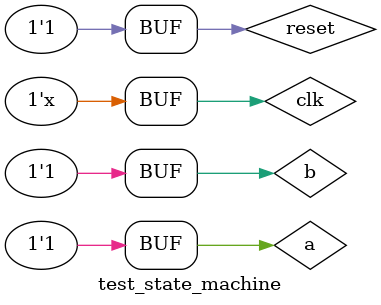
<source format=v>
`timescale 1ns / 1ps


module test_state_machine;

	// Inputs
	reg clk;
	reg reset;
	reg a;
	reg b;

	// Outputs
	wire out;

	// Instantiate the Unit Under Test (UUT)
	state_machine uut (
		.clk(clk), 
		.reset(reset), 
		.a(a), 
		.b(b), 
		.out(out)
	);
	
	always
		#10 clk=~clk;

	initial begin
		// Initialize Inputs
		clk = 0;
		reset = 0;
		a = 1;
		b = 0;
		
		#100
		a = 1;
		b = 0;
		
		#100
		a = 1;
		b = 1;
		
		
		#100
		a = 1;
		b = 1;
		
		#100
		reset = 1;
		// Wait 100 ns for global reset to finish
		#100;
        
		// Add stimulus here

	end
      
endmodule


</source>
